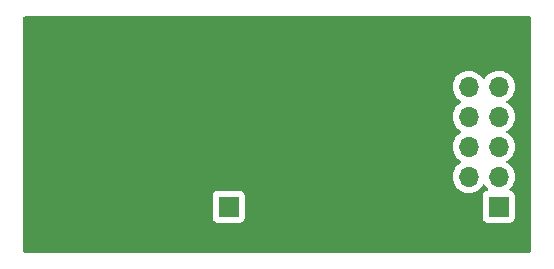
<source format=gbr>
%TF.GenerationSoftware,KiCad,Pcbnew,7.0.1*%
%TF.CreationDate,2024-02-11T20:07:16+03:00*%
%TF.ProjectId,jdy40_remote_button,6a647934-305f-4726-956d-6f74655f6275,rev?*%
%TF.SameCoordinates,Original*%
%TF.FileFunction,Copper,L2,Bot*%
%TF.FilePolarity,Positive*%
%FSLAX46Y46*%
G04 Gerber Fmt 4.6, Leading zero omitted, Abs format (unit mm)*
G04 Created by KiCad (PCBNEW 7.0.1) date 2024-02-11 20:07:16*
%MOMM*%
%LPD*%
G01*
G04 APERTURE LIST*
%TA.AperFunction,ComponentPad*%
%ADD10R,1.700000X1.700000*%
%TD*%
%TA.AperFunction,ComponentPad*%
%ADD11O,1.700000X1.700000*%
%TD*%
G04 APERTURE END LIST*
D10*
%TO.P,J4,1,Pin_1*%
%TO.N,Net-(J4-Pin_1)*%
X110760000Y-71120000D03*
D11*
%TO.P,J4,2,Pin_2*%
X110760000Y-68580000D03*
%TO.P,J4,3,Pin_3*%
X110760000Y-66040000D03*
%TO.P,J4,4,Pin_4*%
X110760000Y-63500000D03*
%TO.P,J4,5,Pin_5*%
X110760000Y-60960000D03*
%TD*%
D10*
%TO.P,J2,1,Pin_1*%
%TO.N,Earth*%
X72660000Y-58420000D03*
%TD*%
%TO.P,J1,1,Pin_1*%
%TO.N,+3.3V*%
X87900000Y-71120000D03*
%TD*%
%TO.P,J3,1,Pin_1*%
%TO.N,Earth*%
X108220000Y-58425000D03*
D11*
%TO.P,J3,2,Pin_2*%
%TO.N,Net-(DD1-GPIO1)*%
X108220000Y-60965000D03*
%TO.P,J3,3,Pin_3*%
%TO.N,Net-(DD1-GPIO2)*%
X108220000Y-63505000D03*
%TO.P,J3,4,Pin_4*%
%TO.N,Net-(DD1-GPIO3)*%
X108220000Y-66045000D03*
%TO.P,J3,5,Pin_5*%
%TO.N,Net-(DD1-GPIO4)*%
X108220000Y-68585000D03*
%TD*%
%TA.AperFunction,Conductor*%
%TO.N,Earth*%
G36*
X113437500Y-55017113D02*
G01*
X113482887Y-55062500D01*
X113499500Y-55124500D01*
X113499500Y-74875500D01*
X113482887Y-74937500D01*
X113437500Y-74982887D01*
X113375500Y-74999500D01*
X70624500Y-74999500D01*
X70562500Y-74982887D01*
X70517113Y-74937500D01*
X70500500Y-74875500D01*
X70500500Y-72017869D01*
X86549500Y-72017869D01*
X86555909Y-72077483D01*
X86606204Y-72212331D01*
X86692454Y-72327546D01*
X86807669Y-72413796D01*
X86942517Y-72464091D01*
X87002127Y-72470500D01*
X88797872Y-72470499D01*
X88857483Y-72464091D01*
X88992331Y-72413796D01*
X89107546Y-72327546D01*
X89193796Y-72212331D01*
X89244091Y-72077483D01*
X89250500Y-72017873D01*
X89250499Y-70222128D01*
X89244091Y-70162517D01*
X89193796Y-70027669D01*
X89107546Y-69912454D01*
X88992331Y-69826204D01*
X88857483Y-69775909D01*
X88797873Y-69769500D01*
X88797869Y-69769500D01*
X87002130Y-69769500D01*
X86942515Y-69775909D01*
X86807669Y-69826204D01*
X86692454Y-69912454D01*
X86606204Y-70027668D01*
X86555909Y-70162516D01*
X86549500Y-70222130D01*
X86549500Y-72017869D01*
X70500500Y-72017869D01*
X70500500Y-68584999D01*
X106864340Y-68584999D01*
X106884936Y-68820407D01*
X106929709Y-68987502D01*
X106946097Y-69048663D01*
X107045965Y-69262830D01*
X107181505Y-69456401D01*
X107348599Y-69623495D01*
X107542170Y-69759035D01*
X107756337Y-69858903D01*
X107984592Y-69920063D01*
X108220000Y-69940659D01*
X108455408Y-69920063D01*
X108683663Y-69858903D01*
X108897830Y-69759035D01*
X109091401Y-69623495D01*
X109258495Y-69456401D01*
X109390177Y-69268338D01*
X109434493Y-69229475D01*
X109491750Y-69215464D01*
X109549007Y-69229475D01*
X109593322Y-69268338D01*
X109721505Y-69451401D01*
X109721508Y-69451404D01*
X109843430Y-69573326D01*
X109874726Y-69626072D01*
X109876915Y-69687365D01*
X109849462Y-69742209D01*
X109799083Y-69777189D01*
X109667669Y-69826204D01*
X109552454Y-69912454D01*
X109466204Y-70027668D01*
X109415909Y-70162516D01*
X109409500Y-70222130D01*
X109409500Y-72017869D01*
X109415909Y-72077483D01*
X109466204Y-72212331D01*
X109552454Y-72327546D01*
X109667669Y-72413796D01*
X109802517Y-72464091D01*
X109862127Y-72470500D01*
X111657872Y-72470499D01*
X111717483Y-72464091D01*
X111852331Y-72413796D01*
X111967546Y-72327546D01*
X112053796Y-72212331D01*
X112104091Y-72077483D01*
X112110500Y-72017873D01*
X112110499Y-70222128D01*
X112104091Y-70162517D01*
X112053796Y-70027669D01*
X111967546Y-69912454D01*
X111852331Y-69826204D01*
X111790898Y-69803291D01*
X111720916Y-69777189D01*
X111670537Y-69742209D01*
X111643084Y-69687365D01*
X111645273Y-69626072D01*
X111676566Y-69573329D01*
X111798495Y-69451401D01*
X111934035Y-69257830D01*
X112033903Y-69043663D01*
X112095063Y-68815408D01*
X112115659Y-68580000D01*
X112095063Y-68344592D01*
X112033903Y-68116337D01*
X111934035Y-67902171D01*
X111798495Y-67708599D01*
X111631401Y-67541505D01*
X111445839Y-67411573D01*
X111406975Y-67367257D01*
X111392964Y-67310000D01*
X111406975Y-67252743D01*
X111445839Y-67208426D01*
X111631401Y-67078495D01*
X111798495Y-66911401D01*
X111934035Y-66717830D01*
X112033903Y-66503663D01*
X112095063Y-66275408D01*
X112115659Y-66040000D01*
X112095063Y-65804592D01*
X112033903Y-65576337D01*
X111934035Y-65362171D01*
X111798495Y-65168599D01*
X111631401Y-65001505D01*
X111445839Y-64871573D01*
X111406976Y-64827257D01*
X111392965Y-64770000D01*
X111406976Y-64712743D01*
X111445839Y-64668426D01*
X111631401Y-64538495D01*
X111798495Y-64371401D01*
X111934035Y-64177830D01*
X112033903Y-63963663D01*
X112095063Y-63735408D01*
X112115659Y-63500000D01*
X112095063Y-63264592D01*
X112033903Y-63036337D01*
X111934035Y-62822171D01*
X111798495Y-62628599D01*
X111631401Y-62461505D01*
X111445839Y-62331573D01*
X111406974Y-62287255D01*
X111392964Y-62229999D01*
X111406975Y-62172742D01*
X111445837Y-62128428D01*
X111631401Y-61998495D01*
X111798495Y-61831401D01*
X111934035Y-61637830D01*
X112033903Y-61423663D01*
X112095063Y-61195408D01*
X112115659Y-60960000D01*
X112095063Y-60724592D01*
X112033903Y-60496337D01*
X111934035Y-60282171D01*
X111798495Y-60088599D01*
X111631401Y-59921505D01*
X111437830Y-59785965D01*
X111223663Y-59686097D01*
X111162501Y-59669709D01*
X110995407Y-59624936D01*
X110760000Y-59604340D01*
X110524592Y-59624936D01*
X110296336Y-59686097D01*
X110082170Y-59785965D01*
X109888598Y-59921505D01*
X109721508Y-60088595D01*
X109589824Y-60276660D01*
X109545506Y-60315525D01*
X109488249Y-60329536D01*
X109430992Y-60315525D01*
X109386674Y-60276659D01*
X109258494Y-60093598D01*
X109091404Y-59926508D01*
X109091401Y-59926505D01*
X108897830Y-59790965D01*
X108683663Y-59691097D01*
X108622501Y-59674709D01*
X108455407Y-59629936D01*
X108220000Y-59609340D01*
X107984592Y-59629936D01*
X107756336Y-59691097D01*
X107542170Y-59790965D01*
X107348598Y-59926505D01*
X107181505Y-60093598D01*
X107045965Y-60287170D01*
X106946097Y-60501336D01*
X106884936Y-60729592D01*
X106864340Y-60965000D01*
X106884936Y-61200407D01*
X106929709Y-61367502D01*
X106946097Y-61428663D01*
X107045965Y-61642830D01*
X107181505Y-61836401D01*
X107348599Y-62003495D01*
X107534160Y-62133426D01*
X107573024Y-62177743D01*
X107587035Y-62235000D01*
X107573024Y-62292257D01*
X107534158Y-62336575D01*
X107355736Y-62461508D01*
X107348595Y-62466508D01*
X107181505Y-62633598D01*
X107045965Y-62827170D01*
X106946097Y-63041336D01*
X106884936Y-63269592D01*
X106864340Y-63505000D01*
X106884936Y-63740407D01*
X106929709Y-63907502D01*
X106946097Y-63968663D01*
X107045965Y-64182830D01*
X107181505Y-64376401D01*
X107348599Y-64543495D01*
X107534160Y-64673426D01*
X107573024Y-64717743D01*
X107587035Y-64775000D01*
X107573024Y-64832257D01*
X107534158Y-64876575D01*
X107355736Y-65001508D01*
X107348595Y-65006508D01*
X107181505Y-65173598D01*
X107045965Y-65367170D01*
X106946097Y-65581336D01*
X106884936Y-65809592D01*
X106864340Y-66044999D01*
X106884936Y-66280407D01*
X106929709Y-66447502D01*
X106946097Y-66508663D01*
X107045965Y-66722830D01*
X107181505Y-66916401D01*
X107348599Y-67083495D01*
X107534160Y-67213426D01*
X107573024Y-67257743D01*
X107587035Y-67315000D01*
X107573024Y-67372257D01*
X107534160Y-67416574D01*
X107355736Y-67541508D01*
X107348595Y-67546508D01*
X107181505Y-67713598D01*
X107045965Y-67907170D01*
X106946097Y-68121336D01*
X106884936Y-68349592D01*
X106864340Y-68584999D01*
X70500500Y-68584999D01*
X70500500Y-55124500D01*
X70517113Y-55062500D01*
X70562500Y-55017113D01*
X70624500Y-55000500D01*
X113375500Y-55000500D01*
X113437500Y-55017113D01*
G37*
%TD.AperFunction*%
%TD*%
M02*

</source>
